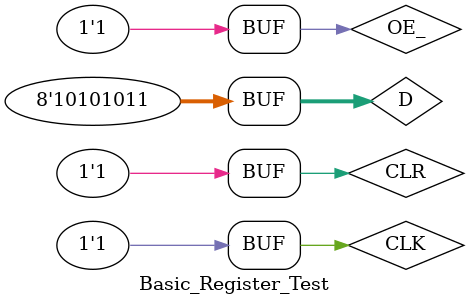
<source format=v>
`timescale 1ns / 1ps


module Basic_Register_Test;
    reg [7:0] D;
    reg CLK,CLR,OE_;
    wire [7:0] Q;

    Basic_Register BR(D,CLK,CLR,OE_,Q);
    initial
    begin
        {D,CLK,CLR,OE_}=11'b10101011010;
        #100;
        {D,CLK,CLR,OE_}=11'b10101011000;
        #100;
        {D,CLK,CLR,OE_}=11'b10101011100;
        #100;
        {D,CLK,CLR,OE_}=11'b11101000000;
        #100;
        {D,CLK,CLR,OE_}=11'b11101000100;
        #100;
        {D,CLK,CLR,OE_}=11'b10101010010;
        #100;
        {D,CLK,CLR,OE_}=11'b00000011100;
        #100;
        {D,CLK,CLR,OE_}=11'b10101011001;
        #100;
        {D,CLK,CLR,OE_}=11'b10101011011;
        #100;
        {D,CLK,CLR,OE_}=11'b10101011111;
        #100;
    end
endmodule

</source>
